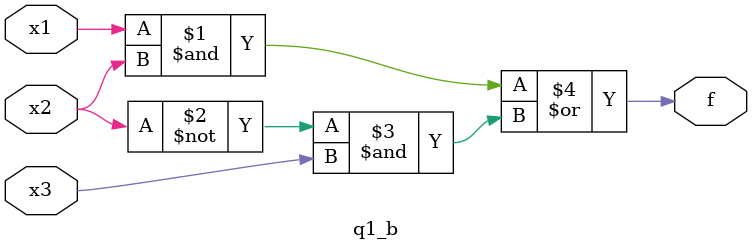
<source format=v>
module q1_b(x1,x2,x3,f);
input x1,x2,x3;
output f;
assign f = (x1 & x2) | (~x2 & x3);
endmodule

</source>
